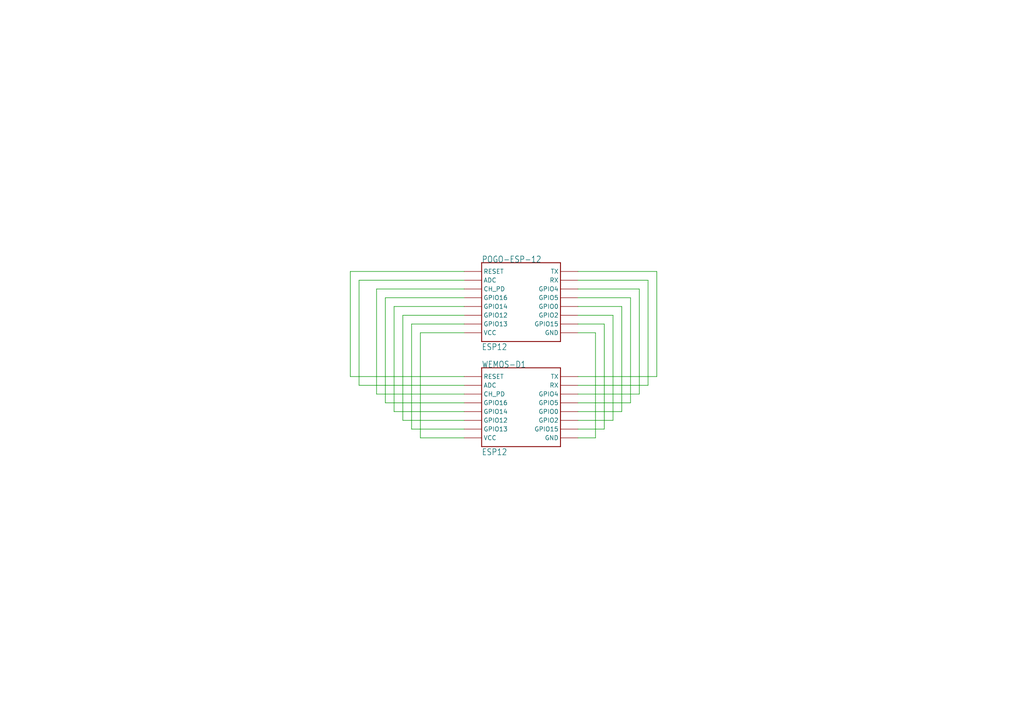
<source format=kicad_sch>
(kicad_sch (version 20211123) (generator eeschema)
  (paper "A4")
  (lib_symbols
    (symbol "ESP12_Harness-eagle-import:ESP12"
      (property "Reference" "U" (at -12.7 10.16 0))
      (property "Value" "ESP12" (at -12.7 -15.24 0))
      (symbol "ESP12_1_0"
        (polyline (pts (xy -12.7 -12.7) (xy 10.16 -12.7)) (stroke (width 0.254)))
        (polyline (pts (xy -12.7 10.16) (xy -12.7 -12.7)) (stroke (width 0.254)))
        (polyline (pts (xy 10.16 -12.7) (xy 10.16 10.16)) (stroke (width 0.254)))
        (polyline (pts (xy 10.16 10.16) (xy -12.7 10.16)) (stroke (width 0.254)))
        (pin bidirectional line (at -17.78 5.08 0) (length 5.08) (name "ADC") (number "ADC"))
        (pin bidirectional line (at -17.78 2.54 0) (length 5.08) (name "CH_PD") (number "CH_PD"))
        (pin bidirectional line (at 15.24 -10.16 180) (length 5.08) (name "GND") (number "GND"))
        (pin bidirectional line (at 15.24 -2.54 180) (length 5.08) (name "GPIO0") (number "GPIO0"))
        (pin bidirectional line (at -17.78 -5.08 0) (length 5.08) (name "GPIO12") (number "GPIO12"))
        (pin bidirectional line (at -17.78 -7.62 0) (length 5.08) (name "GPIO13") (number "GPIO13"))
        (pin bidirectional line (at -17.78 -2.54 0) (length 5.08) (name "GPIO14") (number "GPIO14"))
        (pin bidirectional line (at 15.24 -7.62 180) (length 5.08) (name "GPIO15") (number "GPIO15"))
        (pin bidirectional line (at -17.78 0 0) (length 5.08) (name "GPIO16") (number "GPIO16"))
        (pin bidirectional line (at 15.24 -5.08 180) (length 5.08) (name "GPIO2") (number "GPIO2"))
        (pin bidirectional line (at 15.24 2.54 180) (length 5.08) (name "GPIO4") (number "GPIO4"))
        (pin bidirectional line (at 15.24 0 180) (length 5.08) (name "GPIO5") (number "GPIO5"))
        (pin bidirectional line (at -17.78 7.62 0) (length 5.08) (name "RESET") (number "RESET"))
        (pin bidirectional line (at 15.24 5.08 180) (length 5.08) (name "RX") (number "RX"))
        (pin bidirectional line (at 15.24 7.62 180) (length 5.08) (name "TX") (number "TX"))
        (pin bidirectional line (at -17.78 -10.16 0) (length 5.08) (name "VCC") (number "VCC"))
      )
    )
  )
  (wire (pts (xy 172.72 96.52) (xy 172.72 127)))
  (wire (pts (xy 121.92 96.52) (xy 121.92 127)))
  (wire (pts (xy 185.42 114.3) (xy 185.42 83.82)))
  (wire (pts (xy 116.84 91.44) (xy 116.84 121.92)))
  (wire (pts (xy 187.96 111.76) (xy 167.64 111.76)))
  (wire (pts (xy 167.64 81.28) (xy 187.96 81.28)))
  (wire (pts (xy 182.88 116.84) (xy 167.64 116.84)))
  (wire (pts (xy 109.22 83.82) (xy 134.62 83.82)))
  (wire (pts (xy 180.34 119.38) (xy 180.34 88.9)))
  (wire (pts (xy 119.38 124.46) (xy 119.38 93.98)))
  (wire (pts (xy 175.26 93.98) (xy 167.64 93.98)))
  (wire (pts (xy 177.8 121.92) (xy 167.64 121.92)))
  (wire (pts (xy 167.64 109.22) (xy 190.5 109.22)))
  (wire (pts (xy 190.5 78.74) (xy 167.64 78.74)))
  (wire (pts (xy 172.72 127) (xy 167.64 127)))
  (wire (pts (xy 109.22 114.3) (xy 109.22 83.82)))
  (wire (pts (xy 111.76 86.36) (xy 111.76 116.84)))
  (wire (pts (xy 167.64 86.36) (xy 182.88 86.36)))
  (wire (pts (xy 104.14 111.76) (xy 134.62 111.76)))
  (wire (pts (xy 134.62 119.38) (xy 114.3 119.38)))
  (wire (pts (xy 167.64 96.52) (xy 172.72 96.52)))
  (wire (pts (xy 101.6 78.74) (xy 134.62 78.74)))
  (wire (pts (xy 182.88 86.36) (xy 182.88 116.84)))
  (wire (pts (xy 167.64 91.44) (xy 177.8 91.44)))
  (wire (pts (xy 116.84 121.92) (xy 134.62 121.92)))
  (wire (pts (xy 187.96 81.28) (xy 187.96 111.76)))
  (wire (pts (xy 134.62 91.44) (xy 116.84 91.44)))
  (wire (pts (xy 114.3 119.38) (xy 114.3 88.9)))
  (wire (pts (xy 119.38 93.98) (xy 134.62 93.98)))
  (wire (pts (xy 134.62 96.52) (xy 121.92 96.52)))
  (wire (pts (xy 121.92 127) (xy 134.62 127)))
  (wire (pts (xy 134.62 124.46) (xy 119.38 124.46)))
  (wire (pts (xy 190.5 109.22) (xy 190.5 78.74)))
  (wire (pts (xy 134.62 114.3) (xy 109.22 114.3)))
  (wire (pts (xy 134.62 81.28) (xy 104.14 81.28)))
  (wire (pts (xy 175.26 124.46) (xy 175.26 93.98)))
  (wire (pts (xy 114.3 88.9) (xy 134.62 88.9)))
  (wire (pts (xy 167.64 114.3) (xy 185.42 114.3)))
  (wire (pts (xy 185.42 83.82) (xy 167.64 83.82)))
  (wire (pts (xy 111.76 116.84) (xy 134.62 116.84)))
  (wire (pts (xy 101.6 109.22) (xy 101.6 78.74)))
  (wire (pts (xy 177.8 91.44) (xy 177.8 121.92)))
  (wire (pts (xy 134.62 109.22) (xy 101.6 109.22)))
  (wire (pts (xy 134.62 86.36) (xy 111.76 86.36)))
  (wire (pts (xy 180.34 88.9) (xy 167.64 88.9)))
  (wire (pts (xy 167.64 119.38) (xy 180.34 119.38)))
  (wire (pts (xy 104.14 81.28) (xy 104.14 111.76)))
  (wire (pts (xy 167.64 124.46) (xy 175.26 124.46)))
  (symbol (lib_id "ESP12_Harness-eagle-import:ESP12") (at 152.4 116.84 0)
    (property "Reference" "WEMOS-D1" (at 139.7 106.68 0) (effects (font (size 1.778 1.5113)) (justify left bottom)))
    (property "Value" "ESP12" (at 139.7 132.08 0) (effects (font (size 1.778 1.5113)) (justify left bottom)))
    (property "Footprint" "ESP12" (effects hide))
  )
  (symbol (lib_id "ESP12_Harness-eagle-import:ESP12") (at 152.4 86.36 0)
    (property "Reference" "POGO-ESP-12" (at 139.7 76.2 0) (effects (font (size 1.778 1.5113)) (justify left bottom)))
    (property "Value" "ESP12" (at 139.7 101.6 0) (effects (font (size 1.778 1.5113)) (justify left bottom)))
    (property "Footprint" "ESP12" (effects hide))
  )
)
</source>
